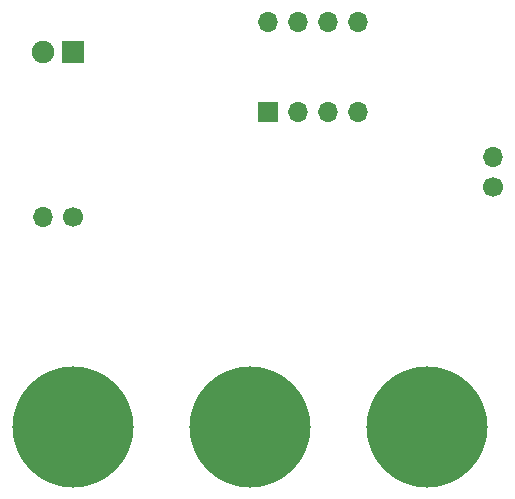
<source format=gbr>
%TF.GenerationSoftware,KiCad,Pcbnew,5.1.6-c6e7f7d~87~ubuntu20.04.1*%
%TF.CreationDate,2020-07-24T18:34:01-04:00*%
%TF.ProjectId,GettingStarted,47657474-696e-4675-9374-61727465642e,rev?*%
%TF.SameCoordinates,Original*%
%TF.FileFunction,Soldermask,Top*%
%TF.FilePolarity,Negative*%
%FSLAX46Y46*%
G04 Gerber Fmt 4.6, Leading zero omitted, Abs format (unit mm)*
G04 Created by KiCad (PCBNEW 5.1.6-c6e7f7d~87~ubuntu20.04.1) date 2020-07-24 18:34:01*
%MOMM*%
%LPD*%
G01*
G04 APERTURE LIST*
%ADD10R,1.900000X1.900000*%
%ADD11C,1.900000*%
%ADD12C,10.260000*%
%ADD13C,1.700000*%
%ADD14O,1.700000X1.700000*%
%ADD15R,1.700000X1.700000*%
G04 APERTURE END LIST*
D10*
%TO.C,D1*%
X129540000Y-82550000D03*
D11*
X127000000Y-82550000D03*
%TD*%
D12*
%TO.C,J1*%
X129540000Y-114300000D03*
X159510000Y-114300000D03*
X144530000Y-114300000D03*
%TD*%
D13*
%TO.C,R1*%
X129540000Y-96520000D03*
D14*
X127000000Y-96520000D03*
%TD*%
%TO.C,R2*%
X165100000Y-91440000D03*
D13*
X165100000Y-93980000D03*
%TD*%
D15*
%TO.C,U1*%
X146050000Y-87630000D03*
D14*
X153670000Y-80010000D03*
X148590000Y-87630000D03*
X151130000Y-80010000D03*
X151130000Y-87630000D03*
X148590000Y-80010000D03*
X153670000Y-87630000D03*
X146050000Y-80010000D03*
%TD*%
M02*

</source>
